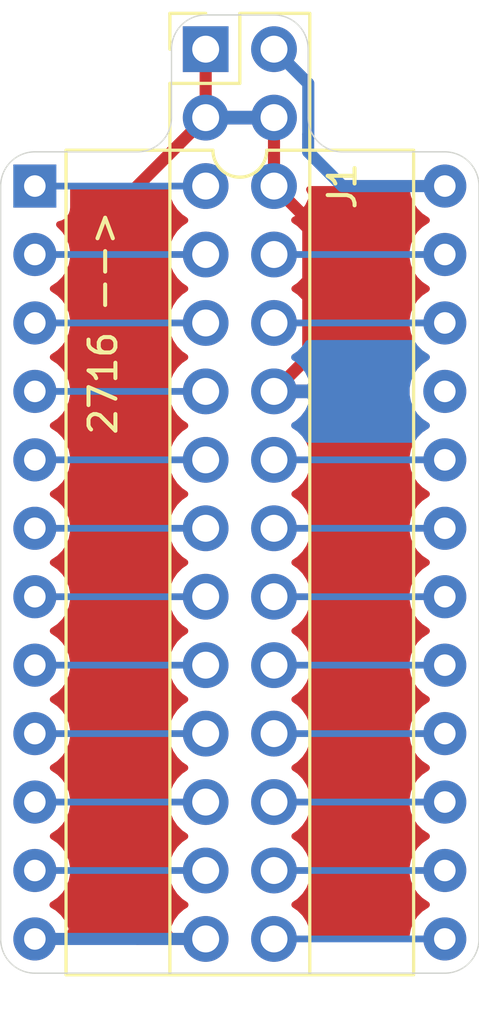
<source format=kicad_pcb>
(kicad_pcb (version 20171130) (host pcbnew 5.1.8-1.fc33)

  (general
    (thickness 1.6)
    (drawings 16)
    (tracks 40)
    (zones 0)
    (modules 2)
    (nets 24)
  )

  (page A4)
  (layers
    (0 F.Cu signal)
    (31 B.Cu signal)
    (32 B.Adhes user)
    (33 F.Adhes user)
    (34 B.Paste user)
    (35 F.Paste user)
    (36 B.SilkS user)
    (37 F.SilkS user)
    (38 B.Mask user)
    (39 F.Mask user)
    (40 Dwgs.User user)
    (41 Cmts.User user)
    (42 Eco1.User user)
    (43 Eco2.User user)
    (44 Edge.Cuts user)
    (45 Margin user)
    (46 B.CrtYd user)
    (47 F.CrtYd user)
    (48 B.Fab user)
    (49 F.Fab user)
  )

  (setup
    (last_trace_width 0.25)
    (trace_clearance 0.2)
    (zone_clearance 0.508)
    (zone_45_only no)
    (trace_min 0.2)
    (via_size 0.8)
    (via_drill 0.4)
    (via_min_size 0.4)
    (via_min_drill 0.3)
    (uvia_size 0.3)
    (uvia_drill 0.1)
    (uvias_allowed no)
    (uvia_min_size 0.2)
    (uvia_min_drill 0.1)
    (edge_width 0.05)
    (segment_width 0.2)
    (pcb_text_width 0.3)
    (pcb_text_size 1.5 1.5)
    (mod_edge_width 0.12)
    (mod_text_size 1 1)
    (mod_text_width 0.15)
    (pad_size 1.524 1.524)
    (pad_drill 0.762)
    (pad_to_mask_clearance 0)
    (aux_axis_origin 0 0)
    (visible_elements FFFFFF7F)
    (pcbplotparams
      (layerselection 0x010fc_ffffffff)
      (usegerberextensions false)
      (usegerberattributes true)
      (usegerberadvancedattributes true)
      (creategerberjobfile true)
      (excludeedgelayer true)
      (linewidth 0.100000)
      (plotframeref false)
      (viasonmask false)
      (mode 1)
      (useauxorigin false)
      (hpglpennumber 1)
      (hpglpenspeed 20)
      (hpglpendiameter 15.000000)
      (psnegative false)
      (psa4output false)
      (plotreference true)
      (plotvalue true)
      (plotinvisibletext false)
      (padsonsilk false)
      (subtractmaskfromsilk false)
      (outputformat 1)
      (mirror false)
      (drillshape 1)
      (scaleselection 1)
      (outputdirectory ""))
  )

  (net 0 "")
  (net 1 /D3)
  (net 2 GND)
  (net 3 /D4)
  (net 4 /D2)
  (net 5 /D5)
  (net 6 /D1)
  (net 7 /D6)
  (net 8 /D0)
  (net 9 /D7)
  (net 10 /A0)
  (net 11 /~CE)
  (net 12 /A1)
  (net 13 /A10)
  (net 14 /A2)
  (net 15 /~OE)
  (net 16 /A3)
  (net 17 /A4)
  (net 18 /A9)
  (net 19 /A5)
  (net 20 /A8)
  (net 21 /A6)
  (net 22 /A7)
  (net 23 /VCC_EXT)

  (net_class Default "This is the default net class."
    (clearance 0.2)
    (trace_width 0.25)
    (via_dia 0.8)
    (via_drill 0.4)
    (uvia_dia 0.3)
    (uvia_drill 0.1)
    (add_net /A0)
    (add_net /A1)
    (add_net /A10)
    (add_net /A2)
    (add_net /A3)
    (add_net /A4)
    (add_net /A5)
    (add_net /A6)
    (add_net /A7)
    (add_net /A8)
    (add_net /A9)
    (add_net /D0)
    (add_net /D1)
    (add_net /D2)
    (add_net /D3)
    (add_net /D4)
    (add_net /D5)
    (add_net /D6)
    (add_net /D7)
    (add_net /~CE)
    (add_net /~OE)
  )

  (net_class POWER ""
    (clearance 0.2)
    (trace_width 0.45)
    (via_dia 0.8)
    (via_drill 0.4)
    (uvia_dia 0.3)
    (uvia_drill 0.1)
    (add_net /VCC_EXT)
    (add_net GND)
  )

  (module Package_DIP:DIP-24_W15.24mm (layer F.Cu) (tedit 5A02E8C5) (tstamp 5FB91BDD)
    (at 119.38 78.74)
    (descr "24-lead though-hole mounted DIP package, row spacing 15.24 mm (600 mils)")
    (tags "THT DIP DIL PDIP 2.54mm 15.24mm 600mil")
    (path /5FBAE2DA)
    (fp_text reference "2716 -->" (at 2.54 5.08 90) (layer F.SilkS)
      (effects (font (size 1 1) (thickness 0.15)))
    )
    (fp_text value 2716 (at 7.62 30.27) (layer F.Fab)
      (effects (font (size 1 1) (thickness 0.15)))
    )
    (fp_line (start 1.255 -1.27) (end 14.985 -1.27) (layer F.Fab) (width 0.1))
    (fp_line (start 14.985 -1.27) (end 14.985 29.21) (layer F.Fab) (width 0.1))
    (fp_line (start 14.985 29.21) (end 0.255 29.21) (layer F.Fab) (width 0.1))
    (fp_line (start 0.255 29.21) (end 0.255 -0.27) (layer F.Fab) (width 0.1))
    (fp_line (start 0.255 -0.27) (end 1.255 -1.27) (layer F.Fab) (width 0.1))
    (fp_line (start 6.62 -1.33) (end 1.16 -1.33) (layer F.SilkS) (width 0.12))
    (fp_line (start 1.16 -1.33) (end 1.16 29.27) (layer F.SilkS) (width 0.12))
    (fp_line (start 1.16 29.27) (end 14.08 29.27) (layer F.SilkS) (width 0.12))
    (fp_line (start 14.08 29.27) (end 14.08 -1.33) (layer F.SilkS) (width 0.12))
    (fp_line (start 14.08 -1.33) (end 8.62 -1.33) (layer F.SilkS) (width 0.12))
    (fp_line (start -1.05 -1.55) (end -1.05 29.5) (layer F.CrtYd) (width 0.05))
    (fp_line (start -1.05 29.5) (end 16.3 29.5) (layer F.CrtYd) (width 0.05))
    (fp_line (start 16.3 29.5) (end 16.3 -1.55) (layer F.CrtYd) (width 0.05))
    (fp_line (start 16.3 -1.55) (end -1.05 -1.55) (layer F.CrtYd) (width 0.05))
    (fp_text user %R (at 7.62 13.97) (layer F.Fab)
      (effects (font (size 1 1) (thickness 0.15)))
    )
    (fp_arc (start 7.62 -1.33) (end 6.62 -1.33) (angle -180) (layer F.SilkS) (width 0.12))
    (pad 24 thru_hole oval (at 15.24 0) (size 1.6 1.6) (drill 0.8) (layers *.Cu *.Mask)
      (net 23 /VCC_EXT))
    (pad 12 thru_hole oval (at 0 27.94) (size 1.6 1.6) (drill 0.8) (layers *.Cu *.Mask)
      (net 2 GND))
    (pad 23 thru_hole oval (at 15.24 2.54) (size 1.6 1.6) (drill 0.8) (layers *.Cu *.Mask)
      (net 20 /A8))
    (pad 11 thru_hole oval (at 0 25.4) (size 1.6 1.6) (drill 0.8) (layers *.Cu *.Mask)
      (net 4 /D2))
    (pad 22 thru_hole oval (at 15.24 5.08) (size 1.6 1.6) (drill 0.8) (layers *.Cu *.Mask)
      (net 18 /A9))
    (pad 10 thru_hole oval (at 0 22.86) (size 1.6 1.6) (drill 0.8) (layers *.Cu *.Mask)
      (net 6 /D1))
    (pad 21 thru_hole oval (at 15.24 7.62) (size 1.6 1.6) (drill 0.8) (layers *.Cu *.Mask))
    (pad 9 thru_hole oval (at 0 20.32) (size 1.6 1.6) (drill 0.8) (layers *.Cu *.Mask)
      (net 8 /D0))
    (pad 20 thru_hole oval (at 15.24 10.16) (size 1.6 1.6) (drill 0.8) (layers *.Cu *.Mask)
      (net 15 /~OE))
    (pad 8 thru_hole oval (at 0 17.78) (size 1.6 1.6) (drill 0.8) (layers *.Cu *.Mask)
      (net 10 /A0))
    (pad 19 thru_hole oval (at 15.24 12.7) (size 1.6 1.6) (drill 0.8) (layers *.Cu *.Mask)
      (net 13 /A10))
    (pad 7 thru_hole oval (at 0 15.24) (size 1.6 1.6) (drill 0.8) (layers *.Cu *.Mask)
      (net 12 /A1))
    (pad 18 thru_hole oval (at 15.24 15.24) (size 1.6 1.6) (drill 0.8) (layers *.Cu *.Mask)
      (net 11 /~CE))
    (pad 6 thru_hole oval (at 0 12.7) (size 1.6 1.6) (drill 0.8) (layers *.Cu *.Mask)
      (net 14 /A2))
    (pad 17 thru_hole oval (at 15.24 17.78) (size 1.6 1.6) (drill 0.8) (layers *.Cu *.Mask)
      (net 9 /D7))
    (pad 5 thru_hole oval (at 0 10.16) (size 1.6 1.6) (drill 0.8) (layers *.Cu *.Mask)
      (net 16 /A3))
    (pad 16 thru_hole oval (at 15.24 20.32) (size 1.6 1.6) (drill 0.8) (layers *.Cu *.Mask)
      (net 7 /D6))
    (pad 4 thru_hole oval (at 0 7.62) (size 1.6 1.6) (drill 0.8) (layers *.Cu *.Mask)
      (net 17 /A4))
    (pad 15 thru_hole oval (at 15.24 22.86) (size 1.6 1.6) (drill 0.8) (layers *.Cu *.Mask)
      (net 5 /D5))
    (pad 3 thru_hole oval (at 0 5.08) (size 1.6 1.6) (drill 0.8) (layers *.Cu *.Mask)
      (net 19 /A5))
    (pad 14 thru_hole oval (at 15.24 25.4) (size 1.6 1.6) (drill 0.8) (layers *.Cu *.Mask)
      (net 3 /D4))
    (pad 2 thru_hole oval (at 0 2.54) (size 1.6 1.6) (drill 0.8) (layers *.Cu *.Mask)
      (net 21 /A6))
    (pad 13 thru_hole oval (at 15.24 27.94) (size 1.6 1.6) (drill 0.8) (layers *.Cu *.Mask)
      (net 1 /D3))
    (pad 1 thru_hole rect (at 0 0) (size 1.6 1.6) (drill 0.8) (layers *.Cu *.Mask)
      (net 22 /A7))
    (model ${KISYS3DMOD}/Package_DIP.3dshapes/DIP-24_W15.24mm.wrl
      (at (xyz 0 0 0))
      (scale (xyz 1 1 1))
      (rotate (xyz 0 0 0))
    )
  )

  (module Connector_PinHeader_2.54mm:PinHeader_2x14_P2.54mm_Vertical (layer F.Cu) (tedit 59FED5CC) (tstamp 5FB63764)
    (at 125.73 73.66)
    (descr "Through hole straight pin header, 2x14, 2.54mm pitch, double rows")
    (tags "Through hole pin header THT 2x14 2.54mm double row")
    (path /5FB64E05)
    (fp_text reference J1 (at 5.08 5.08 -90) (layer F.SilkS)
      (effects (font (size 1 1) (thickness 0.15)))
    )
    (fp_text value Adapter (at 1.27 35.35) (layer F.Fab)
      (effects (font (size 1 1) (thickness 0.15)))
    )
    (fp_line (start 4.35 -1.8) (end -1.8 -1.8) (layer F.CrtYd) (width 0.05))
    (fp_line (start 4.35 34.8) (end 4.35 -1.8) (layer F.CrtYd) (width 0.05))
    (fp_line (start -1.8 34.8) (end 4.35 34.8) (layer F.CrtYd) (width 0.05))
    (fp_line (start -1.8 -1.8) (end -1.8 34.8) (layer F.CrtYd) (width 0.05))
    (fp_line (start -1.33 -1.33) (end 0 -1.33) (layer F.SilkS) (width 0.12))
    (fp_line (start -1.33 0) (end -1.33 -1.33) (layer F.SilkS) (width 0.12))
    (fp_line (start 1.27 -1.33) (end 3.87 -1.33) (layer F.SilkS) (width 0.12))
    (fp_line (start 1.27 1.27) (end 1.27 -1.33) (layer F.SilkS) (width 0.12))
    (fp_line (start -1.33 1.27) (end 1.27 1.27) (layer F.SilkS) (width 0.12))
    (fp_line (start 3.87 -1.33) (end 3.87 34.35) (layer F.SilkS) (width 0.12))
    (fp_line (start -1.33 1.27) (end -1.33 34.35) (layer F.SilkS) (width 0.12))
    (fp_line (start -1.33 34.35) (end 3.87 34.35) (layer F.SilkS) (width 0.12))
    (fp_line (start -1.27 0) (end 0 -1.27) (layer F.Fab) (width 0.1))
    (fp_line (start -1.27 34.29) (end -1.27 0) (layer F.Fab) (width 0.1))
    (fp_line (start 3.81 34.29) (end -1.27 34.29) (layer F.Fab) (width 0.1))
    (fp_line (start 3.81 -1.27) (end 3.81 34.29) (layer F.Fab) (width 0.1))
    (fp_line (start 0 -1.27) (end 3.81 -1.27) (layer F.Fab) (width 0.1))
    (fp_text user %R (at 1.27 16.51 90) (layer F.Fab)
      (effects (font (size 1 1) (thickness 0.15)))
    )
    (pad 28 thru_hole oval (at 2.54 33.02) (size 1.7 1.7) (drill 1) (layers *.Cu *.Mask)
      (net 1 /D3))
    (pad 27 thru_hole oval (at 0 33.02) (size 1.7 1.7) (drill 1) (layers *.Cu *.Mask)
      (net 2 GND))
    (pad 26 thru_hole oval (at 2.54 30.48) (size 1.7 1.7) (drill 1) (layers *.Cu *.Mask)
      (net 3 /D4))
    (pad 25 thru_hole oval (at 0 30.48) (size 1.7 1.7) (drill 1) (layers *.Cu *.Mask)
      (net 4 /D2))
    (pad 24 thru_hole oval (at 2.54 27.94) (size 1.7 1.7) (drill 1) (layers *.Cu *.Mask)
      (net 5 /D5))
    (pad 23 thru_hole oval (at 0 27.94) (size 1.7 1.7) (drill 1) (layers *.Cu *.Mask)
      (net 6 /D1))
    (pad 22 thru_hole oval (at 2.54 25.4) (size 1.7 1.7) (drill 1) (layers *.Cu *.Mask)
      (net 7 /D6))
    (pad 21 thru_hole oval (at 0 25.4) (size 1.7 1.7) (drill 1) (layers *.Cu *.Mask)
      (net 8 /D0))
    (pad 20 thru_hole oval (at 2.54 22.86) (size 1.7 1.7) (drill 1) (layers *.Cu *.Mask)
      (net 9 /D7))
    (pad 19 thru_hole oval (at 0 22.86) (size 1.7 1.7) (drill 1) (layers *.Cu *.Mask)
      (net 10 /A0))
    (pad 18 thru_hole oval (at 2.54 20.32) (size 1.7 1.7) (drill 1) (layers *.Cu *.Mask)
      (net 11 /~CE))
    (pad 17 thru_hole oval (at 0 20.32) (size 1.7 1.7) (drill 1) (layers *.Cu *.Mask)
      (net 12 /A1))
    (pad 16 thru_hole oval (at 2.54 17.78) (size 1.7 1.7) (drill 1) (layers *.Cu *.Mask)
      (net 13 /A10))
    (pad 15 thru_hole oval (at 0 17.78) (size 1.7 1.7) (drill 1) (layers *.Cu *.Mask)
      (net 14 /A2))
    (pad 14 thru_hole oval (at 2.54 15.24) (size 1.7 1.7) (drill 1) (layers *.Cu *.Mask)
      (net 15 /~OE))
    (pad 13 thru_hole oval (at 0 15.24) (size 1.7 1.7) (drill 1) (layers *.Cu *.Mask)
      (net 16 /A3))
    (pad 12 thru_hole oval (at 2.54 12.7) (size 1.7 1.7) (drill 1) (layers *.Cu *.Mask)
      (net 2 GND))
    (pad 11 thru_hole oval (at 0 12.7) (size 1.7 1.7) (drill 1) (layers *.Cu *.Mask)
      (net 17 /A4))
    (pad 10 thru_hole oval (at 2.54 10.16) (size 1.7 1.7) (drill 1) (layers *.Cu *.Mask)
      (net 18 /A9))
    (pad 9 thru_hole oval (at 0 10.16) (size 1.7 1.7) (drill 1) (layers *.Cu *.Mask)
      (net 19 /A5))
    (pad 8 thru_hole oval (at 2.54 7.62) (size 1.7 1.7) (drill 1) (layers *.Cu *.Mask)
      (net 20 /A8))
    (pad 7 thru_hole oval (at 0 7.62) (size 1.7 1.7) (drill 1) (layers *.Cu *.Mask)
      (net 21 /A6))
    (pad 6 thru_hole oval (at 2.54 5.08) (size 1.7 1.7) (drill 1) (layers *.Cu *.Mask)
      (net 2 GND))
    (pad 5 thru_hole oval (at 0 5.08) (size 1.7 1.7) (drill 1) (layers *.Cu *.Mask)
      (net 22 /A7))
    (pad 4 thru_hole oval (at 2.54 2.54) (size 1.7 1.7) (drill 1) (layers *.Cu *.Mask)
      (net 2 GND))
    (pad 3 thru_hole oval (at 0 2.54) (size 1.7 1.7) (drill 1) (layers *.Cu *.Mask)
      (net 2 GND))
    (pad 2 thru_hole oval (at 2.54 0) (size 1.7 1.7) (drill 1) (layers *.Cu *.Mask)
      (net 23 /VCC_EXT))
    (pad 1 thru_hole rect (at 0 0) (size 1.7 1.7) (drill 1) (layers *.Cu *.Mask)
      (net 2 GND))
    (model ${KISYS3DMOD}/Connector_PinHeader_2.54mm.3dshapes/PinHeader_2x14_P2.54mm_Vertical.wrl
      (at (xyz 0 0 0))
      (scale (xyz 1 1 1))
      (rotate (xyz 0 0 0))
    )
  )

  (gr_line (start 123.19 77.47) (end 119.38 77.47) (layer Edge.Cuts) (width 0.05) (tstamp 5FB91CF1))
  (gr_line (start 124.46 73.66) (end 124.46 76.2) (layer Edge.Cuts) (width 0.05) (tstamp 5FB91CF0))
  (gr_line (start 129.54 76.2) (end 129.54 73.66) (layer Edge.Cuts) (width 0.05) (tstamp 5FB91CEF))
  (gr_line (start 130.81 77.47) (end 134.62 77.47) (layer Edge.Cuts) (width 0.05) (tstamp 5FB91CEE))
  (gr_arc (start 130.81 76.2) (end 129.54 76.2) (angle -90) (layer Edge.Cuts) (width 0.05))
  (gr_arc (start 123.19 76.2) (end 123.19 77.47) (angle -90) (layer Edge.Cuts) (width 0.05))
  (gr_arc (start 125.73 73.66) (end 125.73 72.39) (angle -90) (layer Edge.Cuts) (width 0.05))
  (gr_arc (start 128.27 73.66) (end 129.54 73.66) (angle -90) (layer Edge.Cuts) (width 0.05))
  (gr_line (start 119.38 107.95) (end 134.62 107.95) (layer Edge.Cuts) (width 0.05) (tstamp 5FB63A42))
  (gr_line (start 118.11 78.74) (end 118.11 106.68) (layer Edge.Cuts) (width 0.05) (tstamp 5FB63A41))
  (gr_line (start 128.27 72.39) (end 125.73 72.39) (layer Edge.Cuts) (width 0.05) (tstamp 5FB63A40))
  (gr_line (start 135.89 106.68) (end 135.89 78.74) (layer Edge.Cuts) (width 0.05) (tstamp 5FB63A3F))
  (gr_arc (start 134.62 106.68) (end 134.62 107.95) (angle -90) (layer Edge.Cuts) (width 0.05))
  (gr_arc (start 119.38 106.68) (end 118.11 106.68) (angle -90) (layer Edge.Cuts) (width 0.05))
  (gr_arc (start 134.62 78.74) (end 135.89 78.74) (angle -90) (layer Edge.Cuts) (width 0.05))
  (gr_arc (start 119.38 78.74) (end 119.38 77.47) (angle -90) (layer Edge.Cuts) (width 0.05))

  (segment (start 128.27 106.68) (end 134.72 106.68) (width 0.25) (layer B.Cu) (net 1))
  (segment (start 125.73 106.68) (end 119.48 106.68) (width 0.45) (layer B.Cu) (net 2))
  (segment (start 128.27 78.74) (end 128.27 76.2) (width 0.45) (layer F.Cu) (net 2))
  (segment (start 128.27 76.2) (end 125.73 76.2) (width 0.45) (layer F.Cu) (net 2))
  (segment (start 125.73 76.2) (end 125.73 73.66) (width 0.45) (layer F.Cu) (net 2))
  (segment (start 123.19 106.68) (end 125.73 106.68) (width 0.45) (layer F.Cu) (net 2))
  (segment (start 121.92 105.41) (end 123.19 106.68) (width 0.45) (layer F.Cu) (net 2))
  (segment (start 121.92 80.01) (end 121.92 105.41) (width 0.45) (layer F.Cu) (net 2))
  (segment (start 125.73 76.2) (end 121.92 80.01) (width 0.45) (layer F.Cu) (net 2))
  (segment (start 129.545001 80.015001) (end 128.27 78.74) (width 0.45) (layer F.Cu) (net 2))
  (segment (start 129.545001 85.084999) (end 129.545001 80.015001) (width 0.45) (layer F.Cu) (net 2))
  (segment (start 128.27 86.36) (end 129.545001 85.084999) (width 0.45) (layer F.Cu) (net 2))
  (segment (start 134.72 104.14) (end 128.27 104.14) (width 0.25) (layer B.Cu) (net 3))
  (segment (start 120.354998 104.14) (end 119.48 104.14) (width 0.25) (layer B.Cu) (net 4))
  (segment (start 125.73 104.14) (end 120.354998 104.14) (width 0.25) (layer B.Cu) (net 4))
  (segment (start 128.27 101.6) (end 134.72 101.6) (width 0.25) (layer B.Cu) (net 5))
  (segment (start 125.73 101.6) (end 119.48 101.6) (width 0.25) (layer B.Cu) (net 6))
  (segment (start 134.72 99.06) (end 128.27 99.06) (width 0.25) (layer B.Cu) (net 7))
  (segment (start 120.354998 99.06) (end 119.48 99.06) (width 0.25) (layer B.Cu) (net 8))
  (segment (start 125.73 99.06) (end 120.354998 99.06) (width 0.25) (layer B.Cu) (net 8))
  (segment (start 128.27 96.52) (end 134.72 96.52) (width 0.25) (layer B.Cu) (net 9))
  (segment (start 125.73 96.52) (end 119.48 96.52) (width 0.25) (layer B.Cu) (net 10))
  (segment (start 134.72 93.98) (end 128.27 93.98) (width 0.25) (layer B.Cu) (net 11))
  (segment (start 125.73 93.98) (end 119.48 93.98) (width 0.25) (layer B.Cu) (net 12))
  (segment (start 128.27 91.44) (end 134.72 91.44) (width 0.25) (layer B.Cu) (net 13))
  (segment (start 125.73 91.44) (end 119.48 91.44) (width 0.25) (layer B.Cu) (net 14))
  (segment (start 134.72 88.9) (end 128.27 88.9) (width 0.25) (layer B.Cu) (net 15))
  (segment (start 125.73 88.9) (end 119.48 88.9) (width 0.25) (layer B.Cu) (net 16))
  (segment (start 125.73 86.36) (end 119.48 86.36) (width 0.25) (layer B.Cu) (net 17))
  (segment (start 134.72 83.82) (end 128.27 83.82) (width 0.25) (layer B.Cu) (net 18))
  (segment (start 125.73 83.82) (end 119.48 83.82) (width 0.25) (layer B.Cu) (net 19))
  (segment (start 128.27 81.28) (end 134.72 81.28) (width 0.25) (layer B.Cu) (net 20))
  (segment (start 125.73 81.28) (end 119.48 81.28) (width 0.25) (layer B.Cu) (net 21))
  (segment (start 125.73 78.74) (end 119.48 78.74) (width 0.25) (layer B.Cu) (net 22))
  (segment (start 134.62 78.74) (end 130.81 78.74) (width 0.45) (layer B.Cu) (net 23))
  (segment (start 130.81 78.74) (end 129.54 77.47) (width 0.45) (layer B.Cu) (net 23))
  (segment (start 129.545001 76.812001) (end 129.545001 74.935001) (width 0.45) (layer B.Cu) (net 23))
  (segment (start 129.54 76.817002) (end 129.545001 76.812001) (width 0.45) (layer B.Cu) (net 23))
  (segment (start 129.54 77.47) (end 129.54 76.817002) (width 0.45) (layer B.Cu) (net 23))
  (segment (start 129.545001 74.935001) (end 128.27 73.66) (width 0.45) (layer B.Cu) (net 23))

  (zone (net 2) (net_name GND) (layer F.Cu) (tstamp 0) (hatch edge 0.508)
    (connect_pads (clearance 0.508))
    (min_thickness 0.254)
    (fill yes (arc_segments 32) (thermal_gap 0.508) (thermal_bridge_width 0.508))
    (polygon
      (pts
        (xy 128.27 78.74) (xy 134.62 78.74) (xy 134.62 106.68) (xy 119.38 106.68) (xy 119.38 78.74)
        (xy 125.73 78.74) (xy 125.73 73.66) (xy 128.27 73.66)
      )
    )
    (filled_polygon
      (pts
        (xy 133.185 78.881335) (xy 133.240147 79.158574) (xy 133.34832 79.419727) (xy 133.505363 79.654759) (xy 133.705241 79.854637)
        (xy 133.937759 80.01) (xy 133.705241 80.165363) (xy 133.505363 80.365241) (xy 133.34832 80.600273) (xy 133.240147 80.861426)
        (xy 133.185 81.138665) (xy 133.185 81.421335) (xy 133.240147 81.698574) (xy 133.34832 81.959727) (xy 133.505363 82.194759)
        (xy 133.705241 82.394637) (xy 133.937759 82.55) (xy 133.705241 82.705363) (xy 133.505363 82.905241) (xy 133.34832 83.140273)
        (xy 133.240147 83.401426) (xy 133.185 83.678665) (xy 133.185 83.961335) (xy 133.240147 84.238574) (xy 133.34832 84.499727)
        (xy 133.505363 84.734759) (xy 133.705241 84.934637) (xy 133.937759 85.09) (xy 133.705241 85.245363) (xy 133.505363 85.445241)
        (xy 133.34832 85.680273) (xy 133.240147 85.941426) (xy 133.185 86.218665) (xy 133.185 86.501335) (xy 133.240147 86.778574)
        (xy 133.34832 87.039727) (xy 133.505363 87.274759) (xy 133.705241 87.474637) (xy 133.937759 87.63) (xy 133.705241 87.785363)
        (xy 133.505363 87.985241) (xy 133.34832 88.220273) (xy 133.240147 88.481426) (xy 133.185 88.758665) (xy 133.185 89.041335)
        (xy 133.240147 89.318574) (xy 133.34832 89.579727) (xy 133.505363 89.814759) (xy 133.705241 90.014637) (xy 133.937759 90.17)
        (xy 133.705241 90.325363) (xy 133.505363 90.525241) (xy 133.34832 90.760273) (xy 133.240147 91.021426) (xy 133.185 91.298665)
        (xy 133.185 91.581335) (xy 133.240147 91.858574) (xy 133.34832 92.119727) (xy 133.505363 92.354759) (xy 133.705241 92.554637)
        (xy 133.937759 92.71) (xy 133.705241 92.865363) (xy 133.505363 93.065241) (xy 133.34832 93.300273) (xy 133.240147 93.561426)
        (xy 133.185 93.838665) (xy 133.185 94.121335) (xy 133.240147 94.398574) (xy 133.34832 94.659727) (xy 133.505363 94.894759)
        (xy 133.705241 95.094637) (xy 133.937759 95.25) (xy 133.705241 95.405363) (xy 133.505363 95.605241) (xy 133.34832 95.840273)
        (xy 133.240147 96.101426) (xy 133.185 96.378665) (xy 133.185 96.661335) (xy 133.240147 96.938574) (xy 133.34832 97.199727)
        (xy 133.505363 97.434759) (xy 133.705241 97.634637) (xy 133.937759 97.79) (xy 133.705241 97.945363) (xy 133.505363 98.145241)
        (xy 133.34832 98.380273) (xy 133.240147 98.641426) (xy 133.185 98.918665) (xy 133.185 99.201335) (xy 133.240147 99.478574)
        (xy 133.34832 99.739727) (xy 133.505363 99.974759) (xy 133.705241 100.174637) (xy 133.937759 100.33) (xy 133.705241 100.485363)
        (xy 133.505363 100.685241) (xy 133.34832 100.920273) (xy 133.240147 101.181426) (xy 133.185 101.458665) (xy 133.185 101.741335)
        (xy 133.240147 102.018574) (xy 133.34832 102.279727) (xy 133.505363 102.514759) (xy 133.705241 102.714637) (xy 133.937759 102.87)
        (xy 133.705241 103.025363) (xy 133.505363 103.225241) (xy 133.34832 103.460273) (xy 133.240147 103.721426) (xy 133.185 103.998665)
        (xy 133.185 104.281335) (xy 133.240147 104.558574) (xy 133.34832 104.819727) (xy 133.505363 105.054759) (xy 133.705241 105.254637)
        (xy 133.937759 105.41) (xy 133.705241 105.565363) (xy 133.505363 105.765241) (xy 133.34832 106.000273) (xy 133.240147 106.261426)
        (xy 133.185 106.538665) (xy 133.185 106.553) (xy 129.755 106.553) (xy 129.755 106.53374) (xy 129.697932 106.246842)
        (xy 129.58599 105.976589) (xy 129.423475 105.733368) (xy 129.216632 105.526525) (xy 129.04224 105.41) (xy 129.216632 105.293475)
        (xy 129.423475 105.086632) (xy 129.58599 104.843411) (xy 129.697932 104.573158) (xy 129.755 104.28626) (xy 129.755 103.99374)
        (xy 129.697932 103.706842) (xy 129.58599 103.436589) (xy 129.423475 103.193368) (xy 129.216632 102.986525) (xy 129.04224 102.87)
        (xy 129.216632 102.753475) (xy 129.423475 102.546632) (xy 129.58599 102.303411) (xy 129.697932 102.033158) (xy 129.755 101.74626)
        (xy 129.755 101.45374) (xy 129.697932 101.166842) (xy 129.58599 100.896589) (xy 129.423475 100.653368) (xy 129.216632 100.446525)
        (xy 129.04224 100.33) (xy 129.216632 100.213475) (xy 129.423475 100.006632) (xy 129.58599 99.763411) (xy 129.697932 99.493158)
        (xy 129.755 99.20626) (xy 129.755 98.91374) (xy 129.697932 98.626842) (xy 129.58599 98.356589) (xy 129.423475 98.113368)
        (xy 129.216632 97.906525) (xy 129.04224 97.79) (xy 129.216632 97.673475) (xy 129.423475 97.466632) (xy 129.58599 97.223411)
        (xy 129.697932 96.953158) (xy 129.755 96.66626) (xy 129.755 96.37374) (xy 129.697932 96.086842) (xy 129.58599 95.816589)
        (xy 129.423475 95.573368) (xy 129.216632 95.366525) (xy 129.04224 95.25) (xy 129.216632 95.133475) (xy 129.423475 94.926632)
        (xy 129.58599 94.683411) (xy 129.697932 94.413158) (xy 129.755 94.12626) (xy 129.755 93.83374) (xy 129.697932 93.546842)
        (xy 129.58599 93.276589) (xy 129.423475 93.033368) (xy 129.216632 92.826525) (xy 129.04224 92.71) (xy 129.216632 92.593475)
        (xy 129.423475 92.386632) (xy 129.58599 92.143411) (xy 129.697932 91.873158) (xy 129.755 91.58626) (xy 129.755 91.29374)
        (xy 129.697932 91.006842) (xy 129.58599 90.736589) (xy 129.423475 90.493368) (xy 129.216632 90.286525) (xy 129.04224 90.17)
        (xy 129.216632 90.053475) (xy 129.423475 89.846632) (xy 129.58599 89.603411) (xy 129.697932 89.333158) (xy 129.755 89.04626)
        (xy 129.755 88.75374) (xy 129.697932 88.466842) (xy 129.58599 88.196589) (xy 129.423475 87.953368) (xy 129.216632 87.746525)
        (xy 129.034466 87.624805) (xy 129.151355 87.555178) (xy 129.367588 87.360269) (xy 129.541641 87.12692) (xy 129.666825 86.864099)
        (xy 129.711476 86.71689) (xy 129.590155 86.487) (xy 128.397 86.487) (xy 128.397 86.507) (xy 128.143 86.507)
        (xy 128.143 86.487) (xy 128.123 86.487) (xy 128.123 86.233) (xy 128.143 86.233) (xy 128.143 86.213)
        (xy 128.397 86.213) (xy 128.397 86.233) (xy 129.590155 86.233) (xy 129.711476 86.00311) (xy 129.666825 85.855901)
        (xy 129.541641 85.59308) (xy 129.367588 85.359731) (xy 129.151355 85.164822) (xy 129.034466 85.095195) (xy 129.216632 84.973475)
        (xy 129.423475 84.766632) (xy 129.58599 84.523411) (xy 129.697932 84.253158) (xy 129.755 83.96626) (xy 129.755 83.67374)
        (xy 129.697932 83.386842) (xy 129.58599 83.116589) (xy 129.423475 82.873368) (xy 129.216632 82.666525) (xy 129.04224 82.55)
        (xy 129.216632 82.433475) (xy 129.423475 82.226632) (xy 129.58599 81.983411) (xy 129.697932 81.713158) (xy 129.755 81.42626)
        (xy 129.755 81.13374) (xy 129.697932 80.846842) (xy 129.58599 80.576589) (xy 129.423475 80.333368) (xy 129.216632 80.126525)
        (xy 129.034466 80.004805) (xy 129.151355 79.935178) (xy 129.367588 79.740269) (xy 129.541641 79.50692) (xy 129.666825 79.244099)
        (xy 129.711476 79.09689) (xy 129.590156 78.867002) (xy 129.755 78.867002) (xy 129.755 78.867) (xy 133.185 78.867)
      )
    )
    (filled_polygon
      (pts
        (xy 124.245 78.88626) (xy 124.302068 79.173158) (xy 124.41401 79.443411) (xy 124.576525 79.686632) (xy 124.783368 79.893475)
        (xy 124.95776 80.01) (xy 124.783368 80.126525) (xy 124.576525 80.333368) (xy 124.41401 80.576589) (xy 124.302068 80.846842)
        (xy 124.245 81.13374) (xy 124.245 81.42626) (xy 124.302068 81.713158) (xy 124.41401 81.983411) (xy 124.576525 82.226632)
        (xy 124.783368 82.433475) (xy 124.95776 82.55) (xy 124.783368 82.666525) (xy 124.576525 82.873368) (xy 124.41401 83.116589)
        (xy 124.302068 83.386842) (xy 124.245 83.67374) (xy 124.245 83.96626) (xy 124.302068 84.253158) (xy 124.41401 84.523411)
        (xy 124.576525 84.766632) (xy 124.783368 84.973475) (xy 124.95776 85.09) (xy 124.783368 85.206525) (xy 124.576525 85.413368)
        (xy 124.41401 85.656589) (xy 124.302068 85.926842) (xy 124.245 86.21374) (xy 124.245 86.50626) (xy 124.302068 86.793158)
        (xy 124.41401 87.063411) (xy 124.576525 87.306632) (xy 124.783368 87.513475) (xy 124.95776 87.63) (xy 124.783368 87.746525)
        (xy 124.576525 87.953368) (xy 124.41401 88.196589) (xy 124.302068 88.466842) (xy 124.245 88.75374) (xy 124.245 89.04626)
        (xy 124.302068 89.333158) (xy 124.41401 89.603411) (xy 124.576525 89.846632) (xy 124.783368 90.053475) (xy 124.95776 90.17)
        (xy 124.783368 90.286525) (xy 124.576525 90.493368) (xy 124.41401 90.736589) (xy 124.302068 91.006842) (xy 124.245 91.29374)
        (xy 124.245 91.58626) (xy 124.302068 91.873158) (xy 124.41401 92.143411) (xy 124.576525 92.386632) (xy 124.783368 92.593475)
        (xy 124.95776 92.71) (xy 124.783368 92.826525) (xy 124.576525 93.033368) (xy 124.41401 93.276589) (xy 124.302068 93.546842)
        (xy 124.245 93.83374) (xy 124.245 94.12626) (xy 124.302068 94.413158) (xy 124.41401 94.683411) (xy 124.576525 94.926632)
        (xy 124.783368 95.133475) (xy 124.95776 95.25) (xy 124.783368 95.366525) (xy 124.576525 95.573368) (xy 124.41401 95.816589)
        (xy 124.302068 96.086842) (xy 124.245 96.37374) (xy 124.245 96.66626) (xy 124.302068 96.953158) (xy 124.41401 97.223411)
        (xy 124.576525 97.466632) (xy 124.783368 97.673475) (xy 124.95776 97.79) (xy 124.783368 97.906525) (xy 124.576525 98.113368)
        (xy 124.41401 98.356589) (xy 124.302068 98.626842) (xy 124.245 98.91374) (xy 124.245 99.20626) (xy 124.302068 99.493158)
        (xy 124.41401 99.763411) (xy 124.576525 100.006632) (xy 124.783368 100.213475) (xy 124.95776 100.33) (xy 124.783368 100.446525)
        (xy 124.576525 100.653368) (xy 124.41401 100.896589) (xy 124.302068 101.166842) (xy 124.245 101.45374) (xy 124.245 101.74626)
        (xy 124.302068 102.033158) (xy 124.41401 102.303411) (xy 124.576525 102.546632) (xy 124.783368 102.753475) (xy 124.95776 102.87)
        (xy 124.783368 102.986525) (xy 124.576525 103.193368) (xy 124.41401 103.436589) (xy 124.302068 103.706842) (xy 124.245 103.99374)
        (xy 124.245 104.28626) (xy 124.302068 104.573158) (xy 124.41401 104.843411) (xy 124.576525 105.086632) (xy 124.783368 105.293475)
        (xy 124.965534 105.415195) (xy 124.848645 105.484822) (xy 124.632412 105.679731) (xy 124.458359 105.91308) (xy 124.333175 106.175901)
        (xy 124.288524 106.32311) (xy 124.409844 106.552998) (xy 124.245 106.552998) (xy 124.245 106.553) (xy 120.815 106.553)
        (xy 120.815 106.552998) (xy 120.649916 106.552998) (xy 120.771904 106.330961) (xy 120.731246 106.196913) (xy 120.611037 105.94258)
        (xy 120.443519 105.716586) (xy 120.235131 105.527615) (xy 120.049135 105.416067) (xy 120.059727 105.41168) (xy 120.294759 105.254637)
        (xy 120.494637 105.054759) (xy 120.65168 104.819727) (xy 120.759853 104.558574) (xy 120.815 104.281335) (xy 120.815 103.998665)
        (xy 120.759853 103.721426) (xy 120.65168 103.460273) (xy 120.494637 103.225241) (xy 120.294759 103.025363) (xy 120.062241 102.87)
        (xy 120.294759 102.714637) (xy 120.494637 102.514759) (xy 120.65168 102.279727) (xy 120.759853 102.018574) (xy 120.815 101.741335)
        (xy 120.815 101.458665) (xy 120.759853 101.181426) (xy 120.65168 100.920273) (xy 120.494637 100.685241) (xy 120.294759 100.485363)
        (xy 120.062241 100.33) (xy 120.294759 100.174637) (xy 120.494637 99.974759) (xy 120.65168 99.739727) (xy 120.759853 99.478574)
        (xy 120.815 99.201335) (xy 120.815 98.918665) (xy 120.759853 98.641426) (xy 120.65168 98.380273) (xy 120.494637 98.145241)
        (xy 120.294759 97.945363) (xy 120.062241 97.79) (xy 120.294759 97.634637) (xy 120.494637 97.434759) (xy 120.65168 97.199727)
        (xy 120.759853 96.938574) (xy 120.815 96.661335) (xy 120.815 96.378665) (xy 120.759853 96.101426) (xy 120.65168 95.840273)
        (xy 120.494637 95.605241) (xy 120.294759 95.405363) (xy 120.062241 95.25) (xy 120.294759 95.094637) (xy 120.494637 94.894759)
        (xy 120.65168 94.659727) (xy 120.759853 94.398574) (xy 120.815 94.121335) (xy 120.815 93.838665) (xy 120.759853 93.561426)
        (xy 120.65168 93.300273) (xy 120.494637 93.065241) (xy 120.294759 92.865363) (xy 120.062241 92.71) (xy 120.294759 92.554637)
        (xy 120.494637 92.354759) (xy 120.65168 92.119727) (xy 120.759853 91.858574) (xy 120.815 91.581335) (xy 120.815 91.298665)
        (xy 120.759853 91.021426) (xy 120.65168 90.760273) (xy 120.494637 90.525241) (xy 120.294759 90.325363) (xy 120.062241 90.17)
        (xy 120.294759 90.014637) (xy 120.494637 89.814759) (xy 120.65168 89.579727) (xy 120.759853 89.318574) (xy 120.815 89.041335)
        (xy 120.815 88.758665) (xy 120.759853 88.481426) (xy 120.65168 88.220273) (xy 120.494637 87.985241) (xy 120.294759 87.785363)
        (xy 120.062241 87.63) (xy 120.294759 87.474637) (xy 120.494637 87.274759) (xy 120.65168 87.039727) (xy 120.759853 86.778574)
        (xy 120.815 86.501335) (xy 120.815 86.218665) (xy 120.759853 85.941426) (xy 120.65168 85.680273) (xy 120.494637 85.445241)
        (xy 120.294759 85.245363) (xy 120.062241 85.09) (xy 120.294759 84.934637) (xy 120.494637 84.734759) (xy 120.65168 84.499727)
        (xy 120.759853 84.238574) (xy 120.815 83.961335) (xy 120.815 83.678665) (xy 120.759853 83.401426) (xy 120.65168 83.140273)
        (xy 120.494637 82.905241) (xy 120.294759 82.705363) (xy 120.062241 82.55) (xy 120.294759 82.394637) (xy 120.494637 82.194759)
        (xy 120.65168 81.959727) (xy 120.759853 81.698574) (xy 120.815 81.421335) (xy 120.815 81.138665) (xy 120.759853 80.861426)
        (xy 120.65168 80.600273) (xy 120.494637 80.365241) (xy 120.296039 80.166643) (xy 120.304482 80.165812) (xy 120.42418 80.129502)
        (xy 120.534494 80.070537) (xy 120.631185 79.991185) (xy 120.710537 79.894494) (xy 120.769502 79.78418) (xy 120.805812 79.664482)
        (xy 120.818072 79.54) (xy 120.818072 78.867) (xy 124.245 78.867)
      )
    )
    (filled_polygon
      (pts
        (xy 128.143 78.74) (xy 128.14544 78.764776) (xy 128.152667 78.788601) (xy 128.164403 78.810557) (xy 128.180197 78.829803)
        (xy 128.199443 78.845597) (xy 128.221399 78.857333) (xy 128.245224 78.86456) (xy 128.27 78.867) (xy 128.397 78.867)
        (xy 128.397 78.887) (xy 128.143 78.887) (xy 128.143 78.867) (xy 128.123 78.867) (xy 128.123 78.613)
        (xy 128.143 78.613)
      )
    )
    (filled_polygon
      (pts
        (xy 128.143 76.327) (xy 125.857 76.327) (xy 125.857 76.073) (xy 128.143 76.073)
      )
    )
  )
  (zone (net 2) (net_name GND) (layer B.Cu) (tstamp 0) (hatch edge 0.508)
    (connect_pads (clearance 0.508))
    (min_thickness 0.254)
    (fill yes (arc_segments 32) (thermal_gap 0.508) (thermal_bridge_width 0.508))
    (polygon
      (pts
        (xy 128.27 78.74) (xy 134.62 78.74) (xy 134.62 106.68) (xy 119.38 106.68) (xy 119.38 78.74)
        (xy 125.73 78.74) (xy 125.73 73.66) (xy 128.27 73.66)
      )
    )
    (filled_polygon
      (pts
        (xy 133.505363 84.734759) (xy 133.705241 84.934637) (xy 133.937759 85.09) (xy 133.705241 85.245363) (xy 133.505363 85.445241)
        (xy 133.34832 85.680273) (xy 133.240147 85.941426) (xy 133.185 86.218665) (xy 133.185 86.501335) (xy 133.240147 86.778574)
        (xy 133.34832 87.039727) (xy 133.505363 87.274759) (xy 133.705241 87.474637) (xy 133.937759 87.63) (xy 133.705241 87.785363)
        (xy 133.505363 87.985241) (xy 133.401957 88.14) (xy 129.548178 88.14) (xy 129.423475 87.953368) (xy 129.216632 87.746525)
        (xy 129.034466 87.624805) (xy 129.151355 87.555178) (xy 129.367588 87.360269) (xy 129.541641 87.12692) (xy 129.666825 86.864099)
        (xy 129.711476 86.71689) (xy 129.590155 86.487) (xy 128.397 86.487) (xy 128.397 86.507) (xy 128.143 86.507)
        (xy 128.143 86.487) (xy 128.123 86.487) (xy 128.123 86.233) (xy 128.143 86.233) (xy 128.143 86.213)
        (xy 128.397 86.213) (xy 128.397 86.233) (xy 129.590155 86.233) (xy 129.711476 86.00311) (xy 129.666825 85.855901)
        (xy 129.541641 85.59308) (xy 129.367588 85.359731) (xy 129.151355 85.164822) (xy 129.034466 85.095195) (xy 129.216632 84.973475)
        (xy 129.423475 84.766632) (xy 129.548178 84.58) (xy 133.401957 84.58)
      )
    )
    (filled_polygon
      (pts
        (xy 128.143 78.74) (xy 128.14544 78.764776) (xy 128.152667 78.788601) (xy 128.164403 78.810557) (xy 128.180197 78.829803)
        (xy 128.199443 78.845597) (xy 128.221399 78.857333) (xy 128.245224 78.86456) (xy 128.27 78.867) (xy 128.397 78.867)
        (xy 128.397 78.887) (xy 128.143 78.887) (xy 128.143 78.867) (xy 128.123 78.867) (xy 128.123 78.613)
        (xy 128.143 78.613)
      )
    )
    (filled_polygon
      (pts
        (xy 128.143 76.327) (xy 125.857 76.327) (xy 125.857 76.073) (xy 128.143 76.073)
      )
    )
  )
)

</source>
